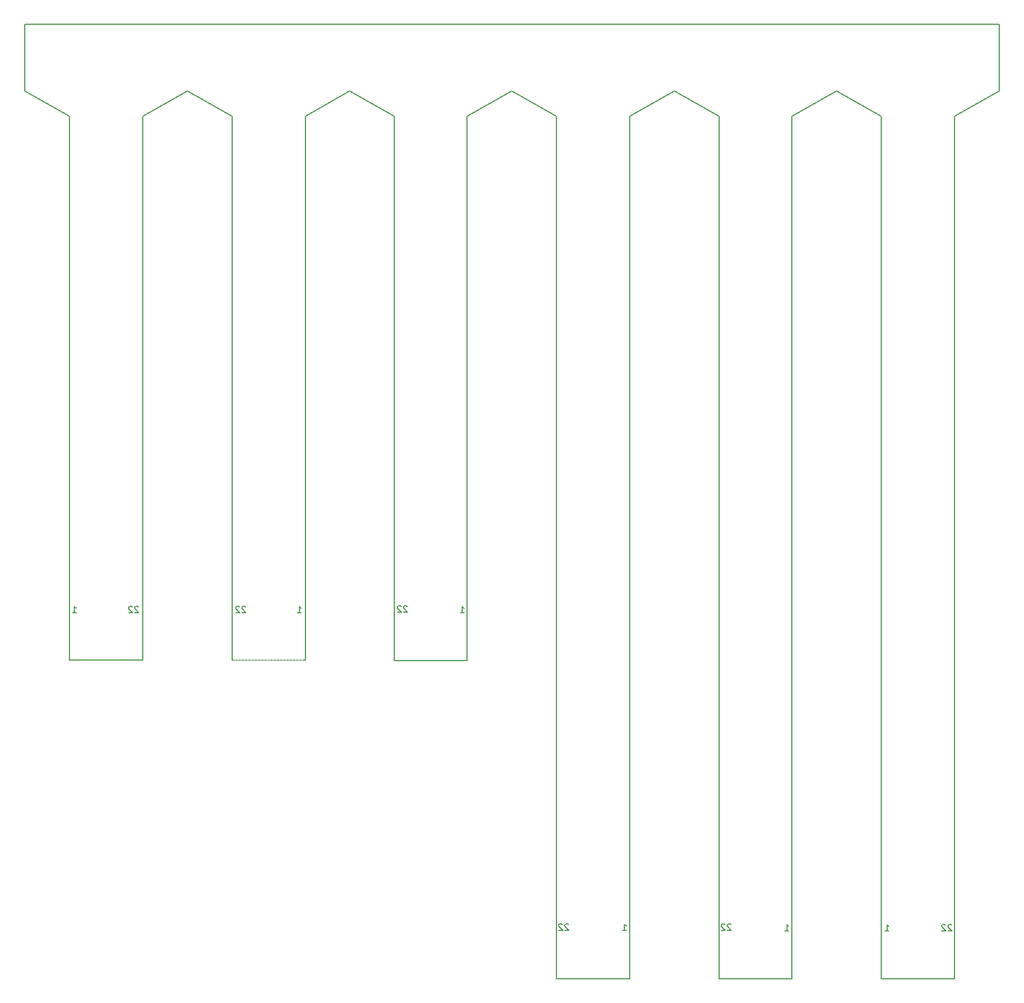
<source format=gbr>
%TF.GenerationSoftware,KiCad,Pcbnew,5.1.5+dfsg1-2~bpo10+1*%
%TF.CreationDate,2020-08-19T00:00:04+02:00*%
%TF.ProjectId,antmicro-alvium-flex-csi-adapter,616e746d-6963-4726-9f2d-616c7669756d,1.0.1*%
%TF.SameCoordinates,Original*%
%TF.FileFunction,Legend,Bot*%
%TF.FilePolarity,Positive*%
%FSLAX46Y46*%
G04 Gerber Fmt 4.6, Leading zero omitted, Abs format (unit mm)*
G04 Created by KiCad (PCBNEW 5.1.5+dfsg1-2~bpo10+1) date 2020-08-19 00:00:04 commit e5c3baf*
%MOMM*%
%LPD*%
G04 APERTURE LIST*
%ADD10C,0.150000*%
%ADD11R,0.402000X4.102000*%
G04 APERTURE END LIST*
D10*
X285616485Y-207359380D02*
X286187914Y-207359380D01*
X285902200Y-207359380D02*
X285902200Y-206359380D01*
X285997438Y-206502238D01*
X286092676Y-206597476D01*
X286187914Y-206645095D01*
X296036904Y-206422619D02*
X295989285Y-206375000D01*
X295894047Y-206327380D01*
X295655952Y-206327380D01*
X295560714Y-206375000D01*
X295513095Y-206422619D01*
X295465476Y-206517857D01*
X295465476Y-206613095D01*
X295513095Y-206755952D01*
X296084523Y-207327380D01*
X295465476Y-207327380D01*
X295084523Y-206422619D02*
X295036904Y-206375000D01*
X294941666Y-206327380D01*
X294703571Y-206327380D01*
X294608333Y-206375000D01*
X294560714Y-206422619D01*
X294513095Y-206517857D01*
X294513095Y-206613095D01*
X294560714Y-206755952D01*
X295132142Y-207327380D01*
X294513095Y-207327380D01*
X157914285Y-157277380D02*
X158485714Y-157277380D01*
X158200000Y-157277380D02*
X158200000Y-156277380D01*
X158295238Y-156420238D01*
X158390476Y-156515476D01*
X158485714Y-156563095D01*
X168236904Y-156372619D02*
X168189285Y-156325000D01*
X168094047Y-156277380D01*
X167855952Y-156277380D01*
X167760714Y-156325000D01*
X167713095Y-156372619D01*
X167665476Y-156467857D01*
X167665476Y-156563095D01*
X167713095Y-156705952D01*
X168284523Y-157277380D01*
X167665476Y-157277380D01*
X167284523Y-156372619D02*
X167236904Y-156325000D01*
X167141666Y-156277380D01*
X166903571Y-156277380D01*
X166808333Y-156325000D01*
X166760714Y-156372619D01*
X166713095Y-156467857D01*
X166713095Y-156563095D01*
X166760714Y-156705952D01*
X167332142Y-157277380D01*
X166713095Y-157277380D01*
X285016000Y-214846000D02*
X296516000Y-214846000D01*
X303536000Y-64736000D02*
X303536000Y-75260000D01*
X278009000Y-75260000D02*
X285016000Y-79260000D01*
X296516000Y-79260000D02*
X303536000Y-75260000D01*
X285016000Y-214846000D02*
X285016000Y-79260000D01*
X296516000Y-214846000D02*
X296516000Y-79260000D01*
X168952000Y-79250000D02*
X175929000Y-75250000D01*
X150402000Y-64736000D02*
X150402000Y-75250000D01*
X157452000Y-164786000D02*
X168952000Y-164786000D01*
X157452000Y-164786000D02*
X157452000Y-79250000D01*
X168952000Y-164786000D02*
X168952000Y-79250000D01*
X150402000Y-75250000D02*
X157452000Y-79250000D01*
X235836904Y-206322619D02*
X235789285Y-206275000D01*
X235694047Y-206227380D01*
X235455952Y-206227380D01*
X235360714Y-206275000D01*
X235313095Y-206322619D01*
X235265476Y-206417857D01*
X235265476Y-206513095D01*
X235313095Y-206655952D01*
X235884523Y-207227380D01*
X235265476Y-207227380D01*
X234884523Y-206322619D02*
X234836904Y-206275000D01*
X234741666Y-206227380D01*
X234503571Y-206227380D01*
X234408333Y-206275000D01*
X234360714Y-206322619D01*
X234313095Y-206417857D01*
X234313095Y-206513095D01*
X234360714Y-206655952D01*
X234932142Y-207227380D01*
X234313095Y-207227380D01*
X210486904Y-156322619D02*
X210439285Y-156275000D01*
X210344047Y-156227380D01*
X210105952Y-156227380D01*
X210010714Y-156275000D01*
X209963095Y-156322619D01*
X209915476Y-156417857D01*
X209915476Y-156513095D01*
X209963095Y-156655952D01*
X210534523Y-157227380D01*
X209915476Y-157227380D01*
X209534523Y-156322619D02*
X209486904Y-156275000D01*
X209391666Y-156227380D01*
X209153571Y-156227380D01*
X209058333Y-156275000D01*
X209010714Y-156322619D01*
X208963095Y-156417857D01*
X208963095Y-156513095D01*
X209010714Y-156655952D01*
X209582142Y-157227380D01*
X208963095Y-157227380D01*
X185086904Y-156397619D02*
X185039285Y-156350000D01*
X184944047Y-156302380D01*
X184705952Y-156302380D01*
X184610714Y-156350000D01*
X184563095Y-156397619D01*
X184515476Y-156492857D01*
X184515476Y-156588095D01*
X184563095Y-156730952D01*
X185134523Y-157302380D01*
X184515476Y-157302380D01*
X184134523Y-156397619D02*
X184086904Y-156350000D01*
X183991666Y-156302380D01*
X183753571Y-156302380D01*
X183658333Y-156350000D01*
X183610714Y-156397619D01*
X183563095Y-156492857D01*
X183563095Y-156588095D01*
X183610714Y-156730952D01*
X184182142Y-157302380D01*
X183563095Y-157302380D01*
X193264285Y-157302380D02*
X193835714Y-157302380D01*
X193550000Y-157302380D02*
X193550000Y-156302380D01*
X193645238Y-156445238D01*
X193740476Y-156540476D01*
X193835714Y-156588095D01*
X218864285Y-157302380D02*
X219435714Y-157302380D01*
X219150000Y-157302380D02*
X219150000Y-156302380D01*
X219245238Y-156445238D01*
X219340476Y-156540476D01*
X219435714Y-156588095D01*
X244364285Y-207277380D02*
X244935714Y-207277380D01*
X244650000Y-207277380D02*
X244650000Y-206277380D01*
X244745238Y-206420238D01*
X244840476Y-206515476D01*
X244935714Y-206563095D01*
X261368904Y-206354619D02*
X261321285Y-206307000D01*
X261226047Y-206259380D01*
X260987952Y-206259380D01*
X260892714Y-206307000D01*
X260845095Y-206354619D01*
X260797476Y-206449857D01*
X260797476Y-206545095D01*
X260845095Y-206687952D01*
X261416523Y-207259380D01*
X260797476Y-207259380D01*
X260416523Y-206354619D02*
X260368904Y-206307000D01*
X260273666Y-206259380D01*
X260035571Y-206259380D01*
X259940333Y-206307000D01*
X259892714Y-206354619D01*
X259845095Y-206449857D01*
X259845095Y-206545095D01*
X259892714Y-206687952D01*
X260464142Y-207259380D01*
X259845095Y-207259380D01*
X269864285Y-207327380D02*
X270435714Y-207327380D01*
X270150000Y-207327380D02*
X270150000Y-206327380D01*
X270245238Y-206470238D01*
X270340476Y-206565476D01*
X270435714Y-206613095D01*
X233949000Y-214846000D02*
X233949000Y-79260000D01*
X252469000Y-75260000D02*
X259489000Y-79260000D01*
X270989000Y-214846000D02*
X270989000Y-79260000D01*
X259489000Y-214846000D02*
X270989000Y-214846000D01*
X259489000Y-214846000D02*
X259489000Y-79260000D01*
X270989000Y-79260000D02*
X278009000Y-75260000D01*
X226949000Y-75250000D02*
X233949000Y-79260000D01*
X233949000Y-214846000D02*
X245449000Y-214846000D01*
X245449000Y-214846000D02*
X245449000Y-79260000D01*
X245449000Y-79260000D02*
X252469000Y-75260000D01*
X208429000Y-79250000D02*
X201429000Y-75250000D01*
X219929000Y-79250000D02*
X226949000Y-75250000D01*
X208429000Y-164836000D02*
X208429000Y-79250000D01*
X219929000Y-164836000D02*
X219929000Y-79250000D01*
X208429000Y-164836000D02*
X219929000Y-164836000D01*
X194479000Y-79250000D02*
X201429000Y-75250000D01*
X175929000Y-75250000D02*
X182979000Y-79250000D01*
X194479000Y-164786000D02*
X194479000Y-79250000D01*
X182979000Y-164786000D02*
X182979000Y-79250000D01*
X182979000Y-164786000D02*
X194479000Y-164786000D01*
X150402000Y-64736000D02*
X303536000Y-64736000D01*
%LPC*%
D11*
X270450000Y-212700000D03*
X269950000Y-212700000D03*
X269450000Y-212700000D03*
X268950000Y-212700000D03*
X268450000Y-212700000D03*
X267950000Y-212700000D03*
X267450000Y-212700000D03*
X266950000Y-212700000D03*
X266450000Y-212700000D03*
X265950000Y-212700000D03*
X265450000Y-212700000D03*
X264950000Y-212700000D03*
X264450000Y-212700000D03*
X263950000Y-212700000D03*
X263450000Y-212700000D03*
X262950000Y-212700000D03*
X262450000Y-212700000D03*
X261950000Y-212700000D03*
X261450000Y-212700000D03*
X260950000Y-212700000D03*
X260450000Y-212700000D03*
X259950000Y-212700000D03*
X244950000Y-212700000D03*
X244450000Y-212700000D03*
X243950000Y-212700000D03*
X243450000Y-212700000D03*
X242950000Y-212700000D03*
X242450000Y-212700000D03*
X241950000Y-212700000D03*
X241450000Y-212700000D03*
X240950000Y-212700000D03*
X240450000Y-212700000D03*
X239950000Y-212700000D03*
X239450000Y-212700000D03*
X238950000Y-212700000D03*
X238450000Y-212700000D03*
X237950000Y-212700000D03*
X237450000Y-212700000D03*
X236950000Y-212700000D03*
X236450000Y-212700000D03*
X235950000Y-212700000D03*
X235450000Y-212700000D03*
X234950000Y-212700000D03*
X234450000Y-212700000D03*
X219450000Y-162700000D03*
X218950000Y-162700000D03*
X218450000Y-162700000D03*
X217950000Y-162700000D03*
X217450000Y-162700000D03*
X216950000Y-162700000D03*
X216450000Y-162700000D03*
X215950000Y-162700000D03*
X215450000Y-162700000D03*
X214950000Y-162700000D03*
X214450000Y-162700000D03*
X213950000Y-162700000D03*
X213450000Y-162700000D03*
X212950000Y-162700000D03*
X212450000Y-162700000D03*
X211950000Y-162700000D03*
X211450000Y-162700000D03*
X210950000Y-162700000D03*
X210450000Y-162700000D03*
X209950000Y-162700000D03*
X209450000Y-162700000D03*
X208950000Y-162700000D03*
X193950000Y-162700000D03*
X193450000Y-162700000D03*
X192950000Y-162700000D03*
X192450000Y-162700000D03*
X191950000Y-162700000D03*
X191450000Y-162700000D03*
X190950000Y-162700000D03*
X190450000Y-162700000D03*
X189950000Y-162700000D03*
X189450000Y-162700000D03*
X188950000Y-162700000D03*
X188450000Y-162700000D03*
X187950000Y-162700000D03*
X187450000Y-162700000D03*
X186950000Y-162700000D03*
X186450000Y-162700000D03*
X185950000Y-162700000D03*
X185450000Y-162700000D03*
X184950000Y-162700000D03*
X184450000Y-162700000D03*
X183950000Y-162700000D03*
X183450000Y-162700000D03*
M02*

</source>
